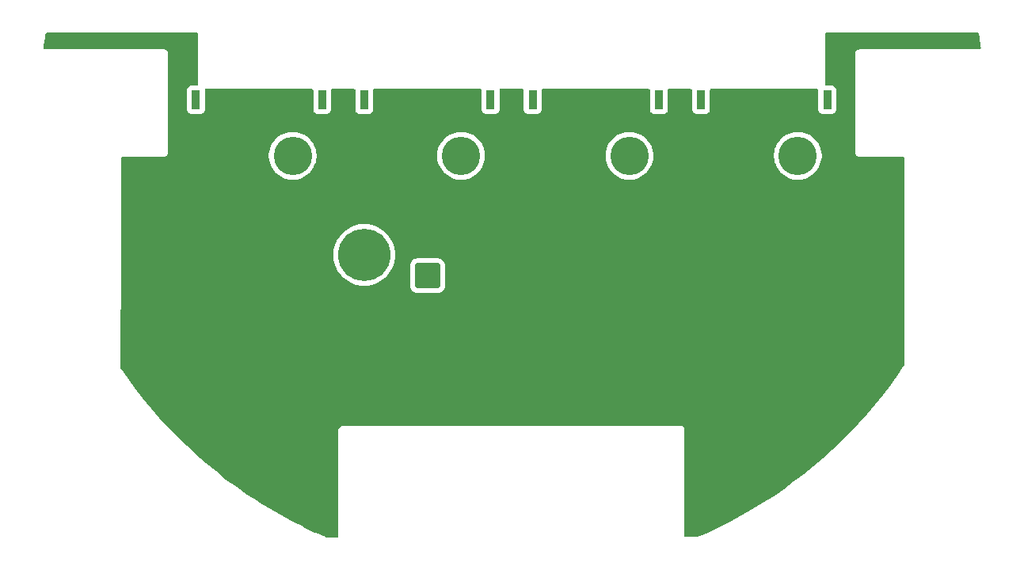
<source format=gbr>
%TF.GenerationSoftware,KiCad,Pcbnew,9.0.3*%
%TF.CreationDate,2025-08-09T18:03:13+09:00*%
%TF.ProjectId,power_circuit_2,706f7765-725f-4636-9972-637569745f32,rev?*%
%TF.SameCoordinates,Original*%
%TF.FileFunction,Copper,L2,Bot*%
%TF.FilePolarity,Positive*%
%FSLAX46Y46*%
G04 Gerber Fmt 4.6, Leading zero omitted, Abs format (unit mm)*
G04 Created by KiCad (PCBNEW 9.0.3) date 2025-08-09 18:03:13*
%MOMM*%
%LPD*%
G01*
G04 APERTURE LIST*
G04 Aperture macros list*
%AMRoundRect*
0 Rectangle with rounded corners*
0 $1 Rounding radius*
0 $2 $3 $4 $5 $6 $7 $8 $9 X,Y pos of 4 corners*
0 Add a 4 corners polygon primitive as box body*
4,1,4,$2,$3,$4,$5,$6,$7,$8,$9,$2,$3,0*
0 Add four circle primitives for the rounded corners*
1,1,$1+$1,$2,$3*
1,1,$1+$1,$4,$5*
1,1,$1+$1,$6,$7*
1,1,$1+$1,$8,$9*
0 Add four rect primitives between the rounded corners*
20,1,$1+$1,$2,$3,$4,$5,0*
20,1,$1+$1,$4,$5,$6,$7,0*
20,1,$1+$1,$6,$7,$8,$9,0*
20,1,$1+$1,$8,$9,$2,$3,0*%
G04 Aperture macros list end*
%TA.AperFunction,ComponentPad*%
%ADD10C,5.600000*%
%TD*%
%TA.AperFunction,ComponentPad*%
%ADD11RoundRect,0.250001X-1.099999X-1.099999X1.099999X-1.099999X1.099999X1.099999X-1.099999X1.099999X0*%
%TD*%
%TA.AperFunction,ComponentPad*%
%ADD12C,2.700000*%
%TD*%
%TA.AperFunction,ComponentPad*%
%ADD13R,0.900000X2.000000*%
%TD*%
%TA.AperFunction,ComponentPad*%
%ADD14RoundRect,1.025000X1.025000X1.025000X-1.025000X1.025000X-1.025000X-1.025000X1.025000X-1.025000X0*%
%TD*%
%TA.AperFunction,ComponentPad*%
%ADD15C,4.100000*%
%TD*%
G04 APERTURE END LIST*
D10*
%TO.P,+1,1,1*%
%TO.N,+24V*%
X114250000Y-136250000D03*
%TD*%
%TO.P,-1,1,1*%
%TO.N,GND*%
X142250000Y-136250000D03*
%TD*%
D11*
%TO.P,J5,1,Pin_1*%
%TO.N,+24V*%
X121020000Y-138475000D03*
D12*
%TO.P,J5,2,Pin_2*%
%TO.N,GND*%
X124980000Y-138475000D03*
%TD*%
D13*
%TO.P,J4,*%
%TO.N,*%
X163750000Y-119650000D03*
X150250000Y-119650000D03*
D14*
%TO.P,J4,1,Pin_1*%
%TO.N,GND*%
X153400000Y-125650000D03*
D15*
%TO.P,J4,2,Pin_2*%
%TO.N,+24V*%
X160600000Y-125650000D03*
%TD*%
D13*
%TO.P,J3,*%
%TO.N,*%
X145750000Y-119650000D03*
X132250000Y-119650000D03*
D14*
%TO.P,J3,1,Pin_1*%
%TO.N,GND*%
X135400000Y-125650000D03*
D15*
%TO.P,J3,2,Pin_2*%
%TO.N,+24V*%
X142600000Y-125650000D03*
%TD*%
D13*
%TO.P,J1,*%
%TO.N,*%
X109750000Y-119650000D03*
X96250000Y-119650000D03*
D14*
%TO.P,J1,1,Pin_1*%
%TO.N,GND*%
X99400000Y-125650000D03*
D15*
%TO.P,J1,2,Pin_2*%
%TO.N,+24V*%
X106600000Y-125650000D03*
%TD*%
D13*
%TO.P,J2,*%
%TO.N,*%
X127750000Y-119650000D03*
X114250000Y-119650000D03*
D14*
%TO.P,J2,1,Pin_1*%
%TO.N,GND*%
X117400000Y-125650000D03*
D15*
%TO.P,J2,2,Pin_2*%
%TO.N,+24V*%
X124600000Y-125650000D03*
%TD*%
%TA.AperFunction,Conductor*%
%TO.N,GND*%
G36*
X96442539Y-112520185D02*
G01*
X96488294Y-112572989D01*
X96499500Y-112624500D01*
X96499500Y-118025500D01*
X96479815Y-118092539D01*
X96427011Y-118138294D01*
X96375500Y-118149500D01*
X95752129Y-118149500D01*
X95752123Y-118149501D01*
X95692516Y-118155908D01*
X95557671Y-118206202D01*
X95557664Y-118206206D01*
X95442455Y-118292452D01*
X95442452Y-118292455D01*
X95356206Y-118407664D01*
X95356202Y-118407671D01*
X95305908Y-118542517D01*
X95299501Y-118602116D01*
X95299501Y-118602123D01*
X95299500Y-118602135D01*
X95299500Y-120697870D01*
X95299501Y-120697876D01*
X95305908Y-120757483D01*
X95356202Y-120892328D01*
X95356206Y-120892335D01*
X95442452Y-121007544D01*
X95442455Y-121007547D01*
X95557664Y-121093793D01*
X95557671Y-121093797D01*
X95692517Y-121144091D01*
X95692516Y-121144091D01*
X95699444Y-121144835D01*
X95752127Y-121150500D01*
X96747872Y-121150499D01*
X96807483Y-121144091D01*
X96942331Y-121093796D01*
X97057546Y-121007546D01*
X97143796Y-120892331D01*
X97194091Y-120757483D01*
X97200500Y-120697873D01*
X97200499Y-118624499D01*
X97220184Y-118557461D01*
X97272987Y-118511706D01*
X97324499Y-118500500D01*
X108675500Y-118500500D01*
X108742539Y-118520185D01*
X108788294Y-118572989D01*
X108799500Y-118624500D01*
X108799500Y-120697870D01*
X108799501Y-120697876D01*
X108805908Y-120757483D01*
X108856202Y-120892328D01*
X108856206Y-120892335D01*
X108942452Y-121007544D01*
X108942455Y-121007547D01*
X109057664Y-121093793D01*
X109057671Y-121093797D01*
X109192517Y-121144091D01*
X109192516Y-121144091D01*
X109199444Y-121144835D01*
X109252127Y-121150500D01*
X110247872Y-121150499D01*
X110307483Y-121144091D01*
X110442331Y-121093796D01*
X110557546Y-121007546D01*
X110643796Y-120892331D01*
X110694091Y-120757483D01*
X110700500Y-120697873D01*
X110700499Y-118624499D01*
X110720184Y-118557461D01*
X110772987Y-118511706D01*
X110824499Y-118500500D01*
X113175500Y-118500500D01*
X113242539Y-118520185D01*
X113288294Y-118572989D01*
X113299500Y-118624500D01*
X113299500Y-120697870D01*
X113299501Y-120697876D01*
X113305908Y-120757483D01*
X113356202Y-120892328D01*
X113356206Y-120892335D01*
X113442452Y-121007544D01*
X113442455Y-121007547D01*
X113557664Y-121093793D01*
X113557671Y-121093797D01*
X113692517Y-121144091D01*
X113692516Y-121144091D01*
X113699444Y-121144835D01*
X113752127Y-121150500D01*
X114747872Y-121150499D01*
X114807483Y-121144091D01*
X114942331Y-121093796D01*
X115057546Y-121007546D01*
X115143796Y-120892331D01*
X115194091Y-120757483D01*
X115200500Y-120697873D01*
X115200499Y-118624499D01*
X115220184Y-118557461D01*
X115272987Y-118511706D01*
X115324499Y-118500500D01*
X126675500Y-118500500D01*
X126742539Y-118520185D01*
X126788294Y-118572989D01*
X126799500Y-118624500D01*
X126799500Y-120697870D01*
X126799501Y-120697876D01*
X126805908Y-120757483D01*
X126856202Y-120892328D01*
X126856206Y-120892335D01*
X126942452Y-121007544D01*
X126942455Y-121007547D01*
X127057664Y-121093793D01*
X127057671Y-121093797D01*
X127192517Y-121144091D01*
X127192516Y-121144091D01*
X127199444Y-121144835D01*
X127252127Y-121150500D01*
X128247872Y-121150499D01*
X128307483Y-121144091D01*
X128442331Y-121093796D01*
X128557546Y-121007546D01*
X128643796Y-120892331D01*
X128694091Y-120757483D01*
X128700500Y-120697873D01*
X128700499Y-118624499D01*
X128720184Y-118557461D01*
X128772987Y-118511706D01*
X128824499Y-118500500D01*
X129934108Y-118500500D01*
X131175500Y-118500500D01*
X131242539Y-118520185D01*
X131288294Y-118572989D01*
X131299500Y-118624500D01*
X131299500Y-120697870D01*
X131299501Y-120697876D01*
X131305908Y-120757483D01*
X131356202Y-120892328D01*
X131356206Y-120892335D01*
X131442452Y-121007544D01*
X131442455Y-121007547D01*
X131557664Y-121093793D01*
X131557671Y-121093797D01*
X131692517Y-121144091D01*
X131692516Y-121144091D01*
X131699444Y-121144835D01*
X131752127Y-121150500D01*
X132747872Y-121150499D01*
X132807483Y-121144091D01*
X132942331Y-121093796D01*
X133057546Y-121007546D01*
X133143796Y-120892331D01*
X133194091Y-120757483D01*
X133200500Y-120697873D01*
X133200499Y-118624499D01*
X133220184Y-118557461D01*
X133272987Y-118511706D01*
X133324499Y-118500500D01*
X144675500Y-118500500D01*
X144742539Y-118520185D01*
X144788294Y-118572989D01*
X144799500Y-118624500D01*
X144799500Y-120697870D01*
X144799501Y-120697876D01*
X144805908Y-120757483D01*
X144856202Y-120892328D01*
X144856206Y-120892335D01*
X144942452Y-121007544D01*
X144942455Y-121007547D01*
X145057664Y-121093793D01*
X145057671Y-121093797D01*
X145192517Y-121144091D01*
X145192516Y-121144091D01*
X145199444Y-121144835D01*
X145252127Y-121150500D01*
X146247872Y-121150499D01*
X146307483Y-121144091D01*
X146442331Y-121093796D01*
X146557546Y-121007546D01*
X146643796Y-120892331D01*
X146694091Y-120757483D01*
X146700500Y-120697873D01*
X146700499Y-118624499D01*
X146720184Y-118557461D01*
X146772987Y-118511706D01*
X146824499Y-118500500D01*
X149175500Y-118500500D01*
X149242539Y-118520185D01*
X149288294Y-118572989D01*
X149299500Y-118624500D01*
X149299500Y-120697870D01*
X149299501Y-120697876D01*
X149305908Y-120757483D01*
X149356202Y-120892328D01*
X149356206Y-120892335D01*
X149442452Y-121007544D01*
X149442455Y-121007547D01*
X149557664Y-121093793D01*
X149557671Y-121093797D01*
X149692517Y-121144091D01*
X149692516Y-121144091D01*
X149699444Y-121144835D01*
X149752127Y-121150500D01*
X150747872Y-121150499D01*
X150807483Y-121144091D01*
X150942331Y-121093796D01*
X151057546Y-121007546D01*
X151143796Y-120892331D01*
X151194091Y-120757483D01*
X151200500Y-120697873D01*
X151200499Y-118624499D01*
X151220184Y-118557461D01*
X151272987Y-118511706D01*
X151324499Y-118500500D01*
X162675500Y-118500500D01*
X162742539Y-118520185D01*
X162788294Y-118572989D01*
X162799500Y-118624500D01*
X162799500Y-120697870D01*
X162799501Y-120697876D01*
X162805908Y-120757483D01*
X162856202Y-120892328D01*
X162856206Y-120892335D01*
X162942452Y-121007544D01*
X162942455Y-121007547D01*
X163057664Y-121093793D01*
X163057671Y-121093797D01*
X163192517Y-121144091D01*
X163192516Y-121144091D01*
X163199444Y-121144835D01*
X163252127Y-121150500D01*
X164247872Y-121150499D01*
X164307483Y-121144091D01*
X164442331Y-121093796D01*
X164557546Y-121007546D01*
X164643796Y-120892331D01*
X164694091Y-120757483D01*
X164700500Y-120697873D01*
X164700499Y-118602128D01*
X164694091Y-118542517D01*
X164682599Y-118511706D01*
X164643797Y-118407671D01*
X164643793Y-118407664D01*
X164557547Y-118292455D01*
X164557544Y-118292452D01*
X164442335Y-118206206D01*
X164442328Y-118206202D01*
X164307482Y-118155908D01*
X164307483Y-118155908D01*
X164247883Y-118149501D01*
X164247881Y-118149500D01*
X164247873Y-118149500D01*
X164247865Y-118149500D01*
X163624500Y-118149500D01*
X163557461Y-118129815D01*
X163511706Y-118077011D01*
X163500500Y-118025500D01*
X163500500Y-112624500D01*
X163520185Y-112557461D01*
X163572989Y-112511706D01*
X163624500Y-112500500D01*
X179853489Y-112500500D01*
X179920528Y-112520185D01*
X179966283Y-112572989D01*
X179976156Y-112606365D01*
X180031741Y-112982348D01*
X180032039Y-112984495D01*
X180149828Y-113890393D01*
X180150089Y-113892544D01*
X180174694Y-114111663D01*
X180162613Y-114180480D01*
X180115244Y-114231842D01*
X180051468Y-114249500D01*
X167184108Y-114249500D01*
X167056812Y-114283608D01*
X166942686Y-114349500D01*
X166942683Y-114349502D01*
X166849502Y-114442683D01*
X166849500Y-114442686D01*
X166783608Y-114556812D01*
X166756252Y-114658908D01*
X166749500Y-114684108D01*
X166749500Y-125315892D01*
X166766554Y-125379539D01*
X166783608Y-125443187D01*
X166816554Y-125500250D01*
X166849500Y-125557314D01*
X166942686Y-125650500D01*
X167056814Y-125716392D01*
X167184108Y-125750500D01*
X167315892Y-125750500D01*
X171874765Y-125750500D01*
X171941804Y-125770185D01*
X171987559Y-125822989D01*
X171998764Y-125874645D01*
X171985988Y-136734868D01*
X171972690Y-148038779D01*
X171952926Y-148105795D01*
X171951041Y-148108635D01*
X171303123Y-149055962D01*
X171301236Y-149058644D01*
X170520332Y-150138010D01*
X170518375Y-150140641D01*
X169709206Y-151198972D01*
X169707180Y-151201551D01*
X168870283Y-152238145D01*
X168868189Y-152240669D01*
X168004215Y-153254723D01*
X168002056Y-153257191D01*
X167111533Y-154248081D01*
X167109309Y-154250491D01*
X166192899Y-155217481D01*
X166190612Y-155219831D01*
X165248953Y-156162250D01*
X165246604Y-156164539D01*
X164280370Y-157081709D01*
X164277962Y-157083935D01*
X163287789Y-157975255D01*
X163285323Y-157977416D01*
X162271965Y-158842208D01*
X162269443Y-158844304D01*
X161233523Y-159682036D01*
X161230946Y-159684064D01*
X160173249Y-160494099D01*
X160170619Y-160496058D01*
X159091884Y-161277830D01*
X159089204Y-161279719D01*
X157990200Y-162032674D01*
X157987470Y-162034492D01*
X156868888Y-162758155D01*
X156866111Y-162759900D01*
X155728780Y-163453733D01*
X155725958Y-163455403D01*
X154570738Y-164118882D01*
X154567873Y-164120478D01*
X153395457Y-164753206D01*
X153392551Y-164754725D01*
X152203845Y-165356214D01*
X152200900Y-165357656D01*
X150996659Y-165927522D01*
X150993676Y-165928885D01*
X149887822Y-166416832D01*
X149837765Y-166427385D01*
X148616770Y-166427385D01*
X148549731Y-166407700D01*
X148503976Y-166354896D01*
X148492770Y-166303300D01*
X148497297Y-159683064D01*
X148500454Y-155066059D01*
X148500500Y-155065892D01*
X148500500Y-155000245D01*
X148500545Y-154934450D01*
X148500543Y-154934444D01*
X148500500Y-154934108D01*
X148483513Y-154870712D01*
X148483519Y-154870710D01*
X148483490Y-154870628D01*
X148466525Y-154807135D01*
X148466394Y-154806817D01*
X148433500Y-154749843D01*
X148433457Y-154749769D01*
X148416541Y-154720424D01*
X148400710Y-154692960D01*
X148400709Y-154692959D01*
X148400708Y-154692957D01*
X148400680Y-154692920D01*
X148400662Y-154692897D01*
X148400498Y-154692683D01*
X148354150Y-154646336D01*
X148354149Y-154646335D01*
X148307588Y-154599710D01*
X148307436Y-154599622D01*
X148307314Y-154599500D01*
X148250749Y-154566842D01*
X148250675Y-154566799D01*
X148193505Y-154533739D01*
X148193201Y-154533612D01*
X148188968Y-154532478D01*
X148129946Y-154516663D01*
X148125798Y-154515548D01*
X148066232Y-154499544D01*
X148065900Y-154499500D01*
X148065892Y-154499500D01*
X148000342Y-154499500D01*
X147926775Y-154499449D01*
X147926001Y-154499500D01*
X111934108Y-154499500D01*
X111806812Y-154533608D01*
X111692686Y-154599500D01*
X111692683Y-154599502D01*
X111599502Y-154692683D01*
X111599500Y-154692686D01*
X111533608Y-154806812D01*
X111499500Y-154934108D01*
X111499500Y-166322552D01*
X111479815Y-166389591D01*
X111427011Y-166435346D01*
X111375500Y-166446552D01*
X110154225Y-166446552D01*
X110104115Y-166435976D01*
X110084669Y-166427385D01*
X109101606Y-165993069D01*
X108954711Y-165928171D01*
X108951624Y-165926756D01*
X107705162Y-165334768D01*
X107702115Y-165333270D01*
X106472253Y-164707340D01*
X106469249Y-164705758D01*
X105257073Y-164046437D01*
X105254112Y-164044774D01*
X104060392Y-163352483D01*
X104057479Y-163350740D01*
X102883185Y-162626041D01*
X102880320Y-162624218D01*
X101726244Y-161867597D01*
X101723431Y-161865697D01*
X100590601Y-161077832D01*
X100587840Y-161075856D01*
X99476933Y-160257216D01*
X99474227Y-160255164D01*
X98386165Y-159406428D01*
X98383517Y-159404303D01*
X97319127Y-158526116D01*
X97316538Y-158523920D01*
X96687449Y-157975255D01*
X96276545Y-157616881D01*
X96274027Y-157614623D01*
X95259312Y-156679498D01*
X95256847Y-156677164D01*
X94268059Y-155714556D01*
X94265659Y-155712154D01*
X93303652Y-154722890D01*
X93301318Y-154720424D01*
X92366703Y-153705134D01*
X92364438Y-153702604D01*
X91458017Y-152662159D01*
X91455822Y-152659569D01*
X90578205Y-151594671D01*
X90576082Y-151592022D01*
X90271845Y-151201551D01*
X89727934Y-150503473D01*
X89725898Y-150500784D01*
X89700590Y-150466401D01*
X88907887Y-149389444D01*
X88905914Y-149386684D01*
X88225809Y-148407643D01*
X88203728Y-148341354D01*
X88203648Y-148336647D01*
X88203695Y-148313669D01*
X88228507Y-136087860D01*
X110949500Y-136087860D01*
X110949500Y-136412139D01*
X110981284Y-136734857D01*
X110981287Y-136734874D01*
X111044545Y-137052902D01*
X111044548Y-137052913D01*
X111138686Y-137363247D01*
X111262786Y-137662849D01*
X111262788Y-137662854D01*
X111415646Y-137948830D01*
X111415657Y-137948848D01*
X111595811Y-138218467D01*
X111595821Y-138218481D01*
X111801546Y-138469158D01*
X112030841Y-138698453D01*
X112030846Y-138698457D01*
X112030847Y-138698458D01*
X112281524Y-138904183D01*
X112551158Y-139084347D01*
X112551167Y-139084352D01*
X112551169Y-139084353D01*
X112837145Y-139237211D01*
X112837147Y-139237211D01*
X112837153Y-139237215D01*
X113136754Y-139361314D01*
X113447077Y-139455449D01*
X113447083Y-139455450D01*
X113447086Y-139455451D01*
X113447097Y-139455454D01*
X113646528Y-139495122D01*
X113765132Y-139518714D01*
X114087857Y-139550500D01*
X114087860Y-139550500D01*
X114412140Y-139550500D01*
X114412143Y-139550500D01*
X114734868Y-139518714D01*
X114892295Y-139487399D01*
X115052902Y-139455454D01*
X115052913Y-139455451D01*
X115052913Y-139455450D01*
X115052923Y-139455449D01*
X115363246Y-139361314D01*
X115662847Y-139237215D01*
X115948842Y-139084347D01*
X116218476Y-138904183D01*
X116469153Y-138698458D01*
X116698458Y-138469153D01*
X116904183Y-138218476D01*
X117084347Y-137948842D01*
X117237215Y-137662847D01*
X117361314Y-137363246D01*
X117372921Y-137324984D01*
X119169500Y-137324984D01*
X119169500Y-139625015D01*
X119180000Y-139727795D01*
X119180001Y-139727796D01*
X119235186Y-139894335D01*
X119235187Y-139894337D01*
X119327286Y-140043651D01*
X119327289Y-140043655D01*
X119451344Y-140167710D01*
X119451348Y-140167713D01*
X119600662Y-140259812D01*
X119600664Y-140259813D01*
X119600666Y-140259814D01*
X119767203Y-140314999D01*
X119869992Y-140325500D01*
X119869997Y-140325500D01*
X122170003Y-140325500D01*
X122170008Y-140325500D01*
X122272797Y-140314999D01*
X122439334Y-140259814D01*
X122588655Y-140167711D01*
X122712711Y-140043655D01*
X122804814Y-139894334D01*
X122859999Y-139727797D01*
X122870500Y-139625008D01*
X122870500Y-137324992D01*
X122859999Y-137222203D01*
X122804814Y-137055666D01*
X122803122Y-137052923D01*
X122712713Y-136906348D01*
X122712710Y-136906344D01*
X122588655Y-136782289D01*
X122588651Y-136782286D01*
X122439337Y-136690187D01*
X122439335Y-136690186D01*
X122356065Y-136662593D01*
X122272797Y-136635001D01*
X122272795Y-136635000D01*
X122170015Y-136624500D01*
X122170008Y-136624500D01*
X119869992Y-136624500D01*
X119869984Y-136624500D01*
X119767204Y-136635000D01*
X119767203Y-136635001D01*
X119600664Y-136690186D01*
X119600662Y-136690187D01*
X119451348Y-136782286D01*
X119451344Y-136782289D01*
X119327289Y-136906344D01*
X119327286Y-136906348D01*
X119235187Y-137055662D01*
X119235186Y-137055664D01*
X119180001Y-137222203D01*
X119180000Y-137222204D01*
X119169500Y-137324984D01*
X117372921Y-137324984D01*
X117455449Y-137052923D01*
X117455451Y-137052913D01*
X117455454Y-137052902D01*
X117509281Y-136782289D01*
X117518714Y-136734868D01*
X117550500Y-136412143D01*
X117550500Y-136087857D01*
X117518714Y-135765132D01*
X117495122Y-135646528D01*
X117455454Y-135447097D01*
X117455451Y-135447086D01*
X117455450Y-135447083D01*
X117455449Y-135447077D01*
X117361314Y-135136754D01*
X117237215Y-134837153D01*
X117084347Y-134551158D01*
X116904183Y-134281524D01*
X116698458Y-134030847D01*
X116698457Y-134030846D01*
X116698453Y-134030841D01*
X116469158Y-133801546D01*
X116218481Y-133595821D01*
X116218480Y-133595820D01*
X116218476Y-133595817D01*
X115948842Y-133415653D01*
X115948837Y-133415650D01*
X115948830Y-133415646D01*
X115662854Y-133262788D01*
X115662849Y-133262786D01*
X115363247Y-133138686D01*
X115052913Y-133044548D01*
X115052902Y-133044545D01*
X114734874Y-132981287D01*
X114734857Y-132981284D01*
X114490812Y-132957248D01*
X114412143Y-132949500D01*
X114087857Y-132949500D01*
X114015099Y-132956666D01*
X113765142Y-132981284D01*
X113765125Y-132981287D01*
X113447097Y-133044545D01*
X113447086Y-133044548D01*
X113136752Y-133138686D01*
X112837150Y-133262786D01*
X112837145Y-133262788D01*
X112551169Y-133415646D01*
X112551151Y-133415657D01*
X112281532Y-133595811D01*
X112281518Y-133595821D01*
X112030841Y-133801546D01*
X111801546Y-134030841D01*
X111595821Y-134281518D01*
X111595811Y-134281532D01*
X111415657Y-134551151D01*
X111415646Y-134551169D01*
X111262788Y-134837145D01*
X111262786Y-134837150D01*
X111138686Y-135136752D01*
X111044548Y-135447086D01*
X111044545Y-135447097D01*
X110981287Y-135765125D01*
X110981284Y-135765142D01*
X110949500Y-136087860D01*
X88228507Y-136087860D01*
X88249235Y-125874248D01*
X88269056Y-125807249D01*
X88321953Y-125761601D01*
X88373235Y-125750500D01*
X92815890Y-125750500D01*
X92815892Y-125750500D01*
X92943186Y-125716392D01*
X93057314Y-125650500D01*
X93150500Y-125557314D01*
X93179686Y-125506762D01*
X104049500Y-125506762D01*
X104049500Y-125793237D01*
X104081572Y-126077891D01*
X104145317Y-126357181D01*
X104145321Y-126357193D01*
X104239929Y-126627565D01*
X104239935Y-126627579D01*
X104364223Y-126885666D01*
X104364225Y-126885669D01*
X104516634Y-127128227D01*
X104695243Y-127352195D01*
X104897805Y-127554757D01*
X105121773Y-127733366D01*
X105364331Y-127885775D01*
X105622428Y-128010068D01*
X105622434Y-128010070D01*
X105892806Y-128104678D01*
X105892818Y-128104682D01*
X106172102Y-128168426D01*
X106172105Y-128168426D01*
X106172108Y-128168427D01*
X106172107Y-128168427D01*
X106314434Y-128184463D01*
X106456763Y-128200499D01*
X106456764Y-128200500D01*
X106456767Y-128200500D01*
X106743236Y-128200500D01*
X106743236Y-128200499D01*
X106948815Y-128177336D01*
X107027891Y-128168427D01*
X107027892Y-128168426D01*
X107027898Y-128168426D01*
X107307182Y-128104682D01*
X107577572Y-128010068D01*
X107835669Y-127885775D01*
X108078227Y-127733366D01*
X108302195Y-127554757D01*
X108504757Y-127352195D01*
X108683366Y-127128227D01*
X108835775Y-126885669D01*
X108960068Y-126627572D01*
X109054682Y-126357182D01*
X109118426Y-126077898D01*
X109150500Y-125793233D01*
X109150500Y-125506767D01*
X109150499Y-125506762D01*
X122049500Y-125506762D01*
X122049500Y-125793237D01*
X122081572Y-126077891D01*
X122145317Y-126357181D01*
X122145321Y-126357193D01*
X122239929Y-126627565D01*
X122239935Y-126627579D01*
X122364223Y-126885666D01*
X122364225Y-126885669D01*
X122516634Y-127128227D01*
X122695243Y-127352195D01*
X122897805Y-127554757D01*
X123121773Y-127733366D01*
X123364331Y-127885775D01*
X123622428Y-128010068D01*
X123622434Y-128010070D01*
X123892806Y-128104678D01*
X123892818Y-128104682D01*
X124172102Y-128168426D01*
X124172105Y-128168426D01*
X124172108Y-128168427D01*
X124172107Y-128168427D01*
X124314434Y-128184463D01*
X124456763Y-128200499D01*
X124456764Y-128200500D01*
X124456767Y-128200500D01*
X124743236Y-128200500D01*
X124743236Y-128200499D01*
X124948815Y-128177336D01*
X125027891Y-128168427D01*
X125027892Y-128168426D01*
X125027898Y-128168426D01*
X125307182Y-128104682D01*
X125577572Y-128010068D01*
X125835669Y-127885775D01*
X126078227Y-127733366D01*
X126302195Y-127554757D01*
X126504757Y-127352195D01*
X126683366Y-127128227D01*
X126835775Y-126885669D01*
X126960068Y-126627572D01*
X127054682Y-126357182D01*
X127118426Y-126077898D01*
X127150500Y-125793233D01*
X127150500Y-125506767D01*
X127150499Y-125506762D01*
X140049500Y-125506762D01*
X140049500Y-125793237D01*
X140081572Y-126077891D01*
X140145317Y-126357181D01*
X140145321Y-126357193D01*
X140239929Y-126627565D01*
X140239935Y-126627579D01*
X140364223Y-126885666D01*
X140364225Y-126885669D01*
X140516634Y-127128227D01*
X140695243Y-127352195D01*
X140897805Y-127554757D01*
X141121773Y-127733366D01*
X141364331Y-127885775D01*
X141622428Y-128010068D01*
X141622434Y-128010070D01*
X141892806Y-128104678D01*
X141892818Y-128104682D01*
X142172102Y-128168426D01*
X142172105Y-128168426D01*
X142172108Y-128168427D01*
X142172107Y-128168427D01*
X142314434Y-128184463D01*
X142456763Y-128200499D01*
X142456764Y-128200500D01*
X142456767Y-128200500D01*
X142743236Y-128200500D01*
X142743236Y-128200499D01*
X142948815Y-128177336D01*
X143027891Y-128168427D01*
X143027892Y-128168426D01*
X143027898Y-128168426D01*
X143307182Y-128104682D01*
X143577572Y-128010068D01*
X143835669Y-127885775D01*
X144078227Y-127733366D01*
X144302195Y-127554757D01*
X144504757Y-127352195D01*
X144683366Y-127128227D01*
X144835775Y-126885669D01*
X144960068Y-126627572D01*
X145054682Y-126357182D01*
X145118426Y-126077898D01*
X145150500Y-125793233D01*
X145150500Y-125506767D01*
X145150499Y-125506762D01*
X158049500Y-125506762D01*
X158049500Y-125793237D01*
X158081572Y-126077891D01*
X158145317Y-126357181D01*
X158145321Y-126357193D01*
X158239929Y-126627565D01*
X158239935Y-126627579D01*
X158364223Y-126885666D01*
X158364225Y-126885669D01*
X158516634Y-127128227D01*
X158695243Y-127352195D01*
X158897805Y-127554757D01*
X159121773Y-127733366D01*
X159364331Y-127885775D01*
X159622428Y-128010068D01*
X159622434Y-128010070D01*
X159892806Y-128104678D01*
X159892818Y-128104682D01*
X160172102Y-128168426D01*
X160172105Y-128168426D01*
X160172108Y-128168427D01*
X160172107Y-128168427D01*
X160314434Y-128184463D01*
X160456763Y-128200499D01*
X160456764Y-128200500D01*
X160456767Y-128200500D01*
X160743236Y-128200500D01*
X160743236Y-128200499D01*
X160948815Y-128177336D01*
X161027891Y-128168427D01*
X161027892Y-128168426D01*
X161027898Y-128168426D01*
X161307182Y-128104682D01*
X161577572Y-128010068D01*
X161835669Y-127885775D01*
X162078227Y-127733366D01*
X162302195Y-127554757D01*
X162504757Y-127352195D01*
X162683366Y-127128227D01*
X162835775Y-126885669D01*
X162960068Y-126627572D01*
X163054682Y-126357182D01*
X163118426Y-126077898D01*
X163150500Y-125793233D01*
X163150500Y-125506767D01*
X163128994Y-125315892D01*
X163118427Y-125222108D01*
X163109888Y-125184697D01*
X163054682Y-124942818D01*
X163022028Y-124849500D01*
X162960070Y-124672434D01*
X162960068Y-124672428D01*
X162835775Y-124414331D01*
X162683366Y-124171773D01*
X162504757Y-123947805D01*
X162302195Y-123745243D01*
X162078227Y-123566634D01*
X161835669Y-123414225D01*
X161835666Y-123414223D01*
X161577579Y-123289935D01*
X161577565Y-123289929D01*
X161307193Y-123195321D01*
X161307181Y-123195317D01*
X161027891Y-123131572D01*
X161027892Y-123131572D01*
X160743237Y-123099500D01*
X160743233Y-123099500D01*
X160456767Y-123099500D01*
X160456762Y-123099500D01*
X160172108Y-123131572D01*
X159892818Y-123195317D01*
X159892806Y-123195321D01*
X159622434Y-123289929D01*
X159622420Y-123289935D01*
X159364333Y-123414223D01*
X159121774Y-123566633D01*
X158897805Y-123745242D01*
X158695242Y-123947805D01*
X158516633Y-124171774D01*
X158364223Y-124414333D01*
X158239935Y-124672420D01*
X158239929Y-124672434D01*
X158145321Y-124942806D01*
X158145317Y-124942818D01*
X158081572Y-125222108D01*
X158049500Y-125506762D01*
X145150499Y-125506762D01*
X145128994Y-125315892D01*
X145118427Y-125222108D01*
X145109888Y-125184697D01*
X145054682Y-124942818D01*
X145022028Y-124849500D01*
X144960070Y-124672434D01*
X144960068Y-124672428D01*
X144835775Y-124414331D01*
X144683366Y-124171773D01*
X144504757Y-123947805D01*
X144302195Y-123745243D01*
X144078227Y-123566634D01*
X143835669Y-123414225D01*
X143835666Y-123414223D01*
X143577579Y-123289935D01*
X143577565Y-123289929D01*
X143307193Y-123195321D01*
X143307181Y-123195317D01*
X143027891Y-123131572D01*
X143027892Y-123131572D01*
X142743237Y-123099500D01*
X142743233Y-123099500D01*
X142456767Y-123099500D01*
X142456762Y-123099500D01*
X142172108Y-123131572D01*
X141892818Y-123195317D01*
X141892806Y-123195321D01*
X141622434Y-123289929D01*
X141622420Y-123289935D01*
X141364333Y-123414223D01*
X141121774Y-123566633D01*
X140897805Y-123745242D01*
X140695242Y-123947805D01*
X140516633Y-124171774D01*
X140364223Y-124414333D01*
X140239935Y-124672420D01*
X140239929Y-124672434D01*
X140145321Y-124942806D01*
X140145317Y-124942818D01*
X140081572Y-125222108D01*
X140049500Y-125506762D01*
X127150499Y-125506762D01*
X127128994Y-125315892D01*
X127118427Y-125222108D01*
X127109888Y-125184697D01*
X127054682Y-124942818D01*
X127022028Y-124849500D01*
X126960070Y-124672434D01*
X126960068Y-124672428D01*
X126835775Y-124414331D01*
X126683366Y-124171773D01*
X126504757Y-123947805D01*
X126302195Y-123745243D01*
X126078227Y-123566634D01*
X125835669Y-123414225D01*
X125835666Y-123414223D01*
X125577579Y-123289935D01*
X125577565Y-123289929D01*
X125307193Y-123195321D01*
X125307181Y-123195317D01*
X125027891Y-123131572D01*
X125027892Y-123131572D01*
X124743237Y-123099500D01*
X124743233Y-123099500D01*
X124456767Y-123099500D01*
X124456762Y-123099500D01*
X124172108Y-123131572D01*
X123892818Y-123195317D01*
X123892806Y-123195321D01*
X123622434Y-123289929D01*
X123622420Y-123289935D01*
X123364333Y-123414223D01*
X123121774Y-123566633D01*
X122897805Y-123745242D01*
X122695242Y-123947805D01*
X122516633Y-124171774D01*
X122364223Y-124414333D01*
X122239935Y-124672420D01*
X122239929Y-124672434D01*
X122145321Y-124942806D01*
X122145317Y-124942818D01*
X122081572Y-125222108D01*
X122049500Y-125506762D01*
X109150499Y-125506762D01*
X109128994Y-125315892D01*
X109118427Y-125222108D01*
X109109888Y-125184697D01*
X109054682Y-124942818D01*
X109022028Y-124849500D01*
X108960070Y-124672434D01*
X108960068Y-124672428D01*
X108835775Y-124414331D01*
X108683366Y-124171773D01*
X108504757Y-123947805D01*
X108302195Y-123745243D01*
X108078227Y-123566634D01*
X107835669Y-123414225D01*
X107835666Y-123414223D01*
X107577579Y-123289935D01*
X107577565Y-123289929D01*
X107307193Y-123195321D01*
X107307181Y-123195317D01*
X107027891Y-123131572D01*
X107027892Y-123131572D01*
X106743237Y-123099500D01*
X106743233Y-123099500D01*
X106456767Y-123099500D01*
X106456762Y-123099500D01*
X106172108Y-123131572D01*
X105892818Y-123195317D01*
X105892806Y-123195321D01*
X105622434Y-123289929D01*
X105622420Y-123289935D01*
X105364333Y-123414223D01*
X105121774Y-123566633D01*
X104897805Y-123745242D01*
X104695242Y-123947805D01*
X104516633Y-124171774D01*
X104364223Y-124414333D01*
X104239935Y-124672420D01*
X104239929Y-124672434D01*
X104145321Y-124942806D01*
X104145317Y-124942818D01*
X104081572Y-125222108D01*
X104049500Y-125506762D01*
X93179686Y-125506762D01*
X93216392Y-125443186D01*
X93250500Y-125315892D01*
X93250500Y-114672665D01*
X93216392Y-114545371D01*
X93150500Y-114431243D01*
X93057314Y-114338057D01*
X92963006Y-114283608D01*
X92943187Y-114272165D01*
X92858598Y-114249500D01*
X92815892Y-114238057D01*
X92684108Y-114238057D01*
X92684107Y-114238057D01*
X80089027Y-114238064D01*
X80073682Y-114233558D01*
X80057696Y-114234041D01*
X80040845Y-114223916D01*
X80021988Y-114218379D01*
X80011515Y-114206293D01*
X79997806Y-114198056D01*
X79989104Y-114180430D01*
X79976233Y-114165576D01*
X79973596Y-114149016D01*
X79966877Y-114135405D01*
X79965813Y-114100127D01*
X79990103Y-113885389D01*
X79990355Y-113883331D01*
X80108943Y-112981411D01*
X80109250Y-112979234D01*
X80165159Y-112606365D01*
X80165196Y-112606111D01*
X80194604Y-112542733D01*
X80253608Y-112505314D01*
X80287825Y-112500500D01*
X96375500Y-112500500D01*
X96442539Y-112520185D01*
G37*
%TD.AperFunction*%
%TD*%
M02*

</source>
